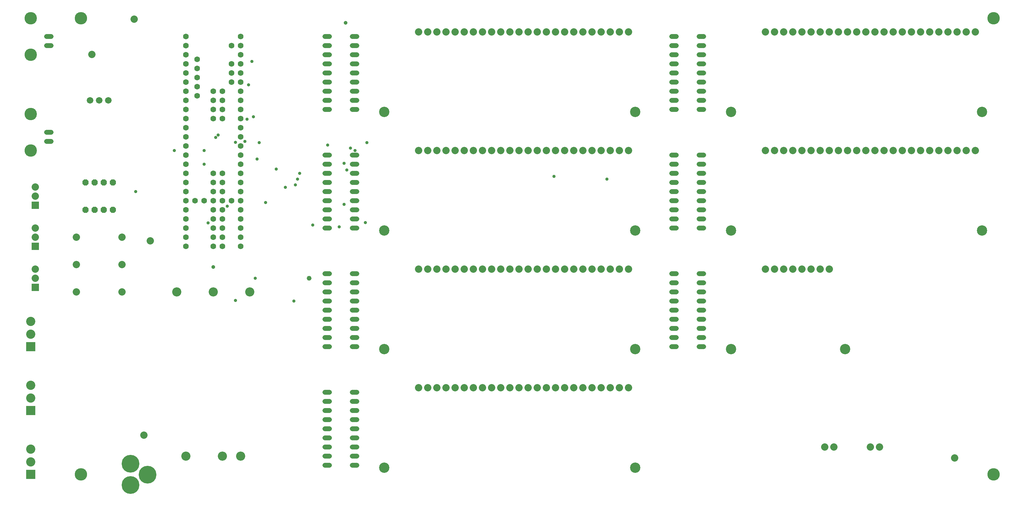
<source format=gbr>
G04 EAGLE Gerber RS-274X export*
G75*
%MOMM*%
%FSLAX34Y34*%
%LPD*%
%INSoldermask Bottom*%
%IPPOS*%
%AMOC8*
5,1,8,0,0,1.08239X$1,22.5*%
G01*
%ADD10C,2.870200*%
%ADD11P,1.896997X8X202.500000*%
%ADD12C,4.952400*%
%ADD13C,1.371600*%
%ADD14C,1.828800*%
%ADD15C,1.358800*%
%ADD16C,3.452400*%
%ADD17C,2.552400*%
%ADD18R,2.032000X2.032000*%
%ADD19C,2.032000*%
%ADD20R,2.565400X2.565400*%
%ADD21C,2.565400*%
%ADD22C,3.454400*%
%ADD23C,1.600200*%
%ADD24C,1.320800*%
%ADD25C,1.066800*%
%ADD26C,0.914400*%


D10*
X1733550Y1073150D03*
X1035050Y1073150D03*
X1733550Y742950D03*
X1035050Y742950D03*
X1733550Y412750D03*
X1035050Y412750D03*
X1733550Y82550D03*
X1035050Y82550D03*
X2698750Y1073150D03*
X2000250Y1073150D03*
X2698750Y742950D03*
X2000250Y742950D03*
X2317750Y412750D03*
X2000250Y412750D03*
D11*
X279400Y876300D03*
X254000Y876300D03*
X228600Y876300D03*
X203200Y876300D03*
X203200Y800100D03*
X228600Y800100D03*
X254000Y800100D03*
X279400Y800100D03*
D12*
X376200Y62900D03*
X329200Y92900D03*
X329200Y33900D03*
D13*
X870204Y1282700D02*
X882396Y1282700D01*
X882396Y1257300D02*
X870204Y1257300D01*
X870204Y1130300D02*
X882396Y1130300D01*
X882396Y1104900D02*
X870204Y1104900D01*
X870204Y1231900D02*
X882396Y1231900D01*
X882396Y1206500D02*
X870204Y1206500D01*
X870204Y1155700D02*
X882396Y1155700D01*
X882396Y1181100D02*
X870204Y1181100D01*
X870204Y1079500D02*
X882396Y1079500D01*
X946404Y1079500D02*
X958596Y1079500D01*
X958596Y1104900D02*
X946404Y1104900D01*
X946404Y1130300D02*
X958596Y1130300D01*
X958596Y1155700D02*
X946404Y1155700D01*
X946404Y1181100D02*
X958596Y1181100D01*
X958596Y1206500D02*
X946404Y1206500D01*
X946404Y1231900D02*
X958596Y1231900D01*
X958596Y1257300D02*
X946404Y1257300D01*
X946404Y1282700D02*
X958596Y1282700D01*
D14*
X215900Y1104900D03*
X241300Y1104900D03*
X266700Y1104900D03*
D15*
X107632Y1257300D02*
X95568Y1257300D01*
X95568Y1282700D02*
X107632Y1282700D01*
D16*
X50800Y1231900D03*
X50800Y1333500D03*
D17*
X635000Y114300D03*
X584200Y114300D03*
X558800Y571500D03*
X457200Y571500D03*
X482600Y114300D03*
X660400Y571500D03*
D18*
X63500Y698500D03*
D19*
X63500Y723900D03*
X63500Y749300D03*
D18*
X63500Y584200D03*
D19*
X63500Y609600D03*
X63500Y635000D03*
D20*
X50800Y241300D03*
D21*
X50800Y276300D03*
X50800Y311300D03*
D20*
X50800Y419100D03*
D21*
X50800Y454100D03*
X50800Y489100D03*
D19*
X1130300Y1295400D03*
X1155700Y1295400D03*
X1181100Y1295400D03*
X1206500Y1295400D03*
X1231900Y1295400D03*
X1257300Y1295400D03*
X1282700Y1295400D03*
X1308100Y1295400D03*
X1333500Y1295400D03*
X1358900Y1295400D03*
X1384300Y1295400D03*
X1409700Y1295400D03*
X1435100Y1295400D03*
X1460500Y1295400D03*
X1485900Y1295400D03*
X1511300Y1295400D03*
X1536700Y1295400D03*
X1562100Y1295400D03*
X1587500Y1295400D03*
X1612900Y1295400D03*
X1638300Y1295400D03*
X1663700Y1295400D03*
X1689100Y1295400D03*
X1714500Y1295400D03*
D22*
X190500Y63500D03*
X190500Y1333500D03*
X2730500Y1333500D03*
X2730500Y63500D03*
D19*
X304800Y723900D03*
X177800Y723900D03*
X177800Y647700D03*
X304800Y647700D03*
X177800Y571500D03*
X304800Y571500D03*
X2622550Y109220D03*
X220980Y1233170D03*
X383540Y713740D03*
X339090Y1330960D03*
X365760Y172720D03*
D23*
X482600Y1282700D03*
X482600Y1257300D03*
X482600Y1231900D03*
X482600Y1206500D03*
X482600Y1181100D03*
X482600Y1155700D03*
X482600Y1130300D03*
X482600Y1104900D03*
X482600Y1079500D03*
X482600Y1054100D03*
X482600Y1028700D03*
X482600Y1003300D03*
X482600Y977900D03*
X482600Y952500D03*
X482600Y901700D03*
X482600Y876300D03*
X482600Y850900D03*
X482600Y825500D03*
X609600Y825500D03*
X635000Y952500D03*
X635000Y977900D03*
X635000Y1003300D03*
X635000Y1028700D03*
X635000Y1054100D03*
X635000Y1079500D03*
X635000Y1104900D03*
X635000Y1130300D03*
X635000Y1155700D03*
X635000Y1181100D03*
X635000Y1206500D03*
X635000Y1231900D03*
X635000Y1257300D03*
X635000Y1282700D03*
X609600Y1257300D03*
X609600Y1206500D03*
X609600Y1181100D03*
X609600Y1155700D03*
X514350Y1117600D03*
X482600Y927100D03*
X514350Y1168400D03*
X514350Y1219200D03*
X558800Y1054100D03*
X558800Y1079500D03*
X514350Y1143000D03*
X514350Y1193800D03*
X584200Y1054100D03*
X584200Y1079500D03*
X584200Y1104900D03*
X584200Y1130300D03*
X558800Y1104900D03*
X558800Y1130300D03*
X508000Y825500D03*
X635000Y825500D03*
X635000Y850900D03*
X635000Y876300D03*
X635000Y901700D03*
X635000Y927100D03*
X533400Y825500D03*
X558800Y825500D03*
X584200Y825500D03*
X482600Y800100D03*
X482600Y774700D03*
X482600Y749300D03*
X482600Y723900D03*
X482600Y698500D03*
X635000Y698500D03*
X635000Y800100D03*
X635000Y774700D03*
X635000Y749300D03*
X635000Y723900D03*
X558800Y850900D03*
X558800Y876300D03*
X558800Y901700D03*
X584200Y901700D03*
X584200Y876300D03*
X584200Y850900D03*
X558800Y800100D03*
X558800Y774700D03*
X558800Y749300D03*
X558800Y723900D03*
X558800Y698500D03*
X584200Y800100D03*
X584200Y774700D03*
X584200Y749300D03*
X584200Y723900D03*
X584200Y698500D03*
D15*
X107632Y990600D02*
X95568Y990600D01*
X95568Y1016000D02*
X107632Y1016000D01*
D16*
X50800Y965200D03*
X50800Y1066800D03*
D13*
X870204Y952500D02*
X882396Y952500D01*
X882396Y927100D02*
X870204Y927100D01*
X870204Y800100D02*
X882396Y800100D01*
X882396Y774700D02*
X870204Y774700D01*
X870204Y901700D02*
X882396Y901700D01*
X882396Y876300D02*
X870204Y876300D01*
X870204Y825500D02*
X882396Y825500D01*
X882396Y850900D02*
X870204Y850900D01*
X870204Y749300D02*
X882396Y749300D01*
X946404Y749300D02*
X958596Y749300D01*
X958596Y774700D02*
X946404Y774700D01*
X946404Y800100D02*
X958596Y800100D01*
X958596Y825500D02*
X946404Y825500D01*
X946404Y850900D02*
X958596Y850900D01*
X958596Y876300D02*
X946404Y876300D01*
X946404Y901700D02*
X958596Y901700D01*
X958596Y927100D02*
X946404Y927100D01*
X946404Y952500D02*
X958596Y952500D01*
D19*
X1130300Y965200D03*
X1155700Y965200D03*
X1181100Y965200D03*
X1206500Y965200D03*
X1231900Y965200D03*
X1257300Y965200D03*
X1282700Y965200D03*
X1308100Y965200D03*
X1333500Y965200D03*
X1358900Y965200D03*
X1384300Y965200D03*
X1409700Y965200D03*
X1435100Y965200D03*
X1460500Y965200D03*
X1485900Y965200D03*
X1511300Y965200D03*
X1536700Y965200D03*
X1562100Y965200D03*
X1587500Y965200D03*
X1612900Y965200D03*
X1638300Y965200D03*
X1663700Y965200D03*
X1689100Y965200D03*
X1714500Y965200D03*
D13*
X882396Y622300D02*
X870204Y622300D01*
X870204Y596900D02*
X882396Y596900D01*
X882396Y469900D02*
X870204Y469900D01*
X870204Y444500D02*
X882396Y444500D01*
X882396Y571500D02*
X870204Y571500D01*
X870204Y546100D02*
X882396Y546100D01*
X882396Y495300D02*
X870204Y495300D01*
X870204Y520700D02*
X882396Y520700D01*
X882396Y419100D02*
X870204Y419100D01*
X946404Y419100D02*
X958596Y419100D01*
X958596Y444500D02*
X946404Y444500D01*
X946404Y469900D02*
X958596Y469900D01*
X958596Y495300D02*
X946404Y495300D01*
X946404Y520700D02*
X958596Y520700D01*
X958596Y546100D02*
X946404Y546100D01*
X946404Y571500D02*
X958596Y571500D01*
X958596Y596900D02*
X946404Y596900D01*
X946404Y622300D02*
X958596Y622300D01*
D19*
X1130300Y635000D03*
X1155700Y635000D03*
X1181100Y635000D03*
X1206500Y635000D03*
X1231900Y635000D03*
X1257300Y635000D03*
X1282700Y635000D03*
X1308100Y635000D03*
X1333500Y635000D03*
X1358900Y635000D03*
X1384300Y635000D03*
X1409700Y635000D03*
X1435100Y635000D03*
X1460500Y635000D03*
X1485900Y635000D03*
X1511300Y635000D03*
X1536700Y635000D03*
X1562100Y635000D03*
X1587500Y635000D03*
X1612900Y635000D03*
X1638300Y635000D03*
X1663700Y635000D03*
X1689100Y635000D03*
X1714500Y635000D03*
D13*
X882396Y292100D02*
X870204Y292100D01*
X870204Y266700D02*
X882396Y266700D01*
X882396Y139700D02*
X870204Y139700D01*
X870204Y114300D02*
X882396Y114300D01*
X882396Y241300D02*
X870204Y241300D01*
X870204Y215900D02*
X882396Y215900D01*
X882396Y165100D02*
X870204Y165100D01*
X870204Y190500D02*
X882396Y190500D01*
X882396Y88900D02*
X870204Y88900D01*
X946404Y88900D02*
X958596Y88900D01*
X958596Y114300D02*
X946404Y114300D01*
X946404Y139700D02*
X958596Y139700D01*
X958596Y165100D02*
X946404Y165100D01*
X946404Y190500D02*
X958596Y190500D01*
X958596Y215900D02*
X946404Y215900D01*
X946404Y241300D02*
X958596Y241300D01*
X958596Y266700D02*
X946404Y266700D01*
X946404Y292100D02*
X958596Y292100D01*
D19*
X1130300Y304800D03*
X1155700Y304800D03*
X1181100Y304800D03*
X1206500Y304800D03*
X1231900Y304800D03*
X1257300Y304800D03*
X1282700Y304800D03*
X1308100Y304800D03*
X1333500Y304800D03*
X1358900Y304800D03*
X1384300Y304800D03*
X1409700Y304800D03*
X1435100Y304800D03*
X1460500Y304800D03*
X1485900Y304800D03*
X1511300Y304800D03*
X1536700Y304800D03*
X1562100Y304800D03*
X1587500Y304800D03*
X1612900Y304800D03*
X1638300Y304800D03*
X1663700Y304800D03*
X1689100Y304800D03*
X1714500Y304800D03*
D13*
X1835404Y1282700D02*
X1847596Y1282700D01*
X1847596Y1257300D02*
X1835404Y1257300D01*
X1835404Y1130300D02*
X1847596Y1130300D01*
X1847596Y1104900D02*
X1835404Y1104900D01*
X1835404Y1231900D02*
X1847596Y1231900D01*
X1847596Y1206500D02*
X1835404Y1206500D01*
X1835404Y1155700D02*
X1847596Y1155700D01*
X1847596Y1181100D02*
X1835404Y1181100D01*
X1835404Y1079500D02*
X1847596Y1079500D01*
X1911604Y1079500D02*
X1923796Y1079500D01*
X1923796Y1104900D02*
X1911604Y1104900D01*
X1911604Y1130300D02*
X1923796Y1130300D01*
X1923796Y1155700D02*
X1911604Y1155700D01*
X1911604Y1181100D02*
X1923796Y1181100D01*
X1923796Y1206500D02*
X1911604Y1206500D01*
X1911604Y1231900D02*
X1923796Y1231900D01*
X1923796Y1257300D02*
X1911604Y1257300D01*
X1911604Y1282700D02*
X1923796Y1282700D01*
D19*
X2095500Y1295400D03*
X2120900Y1295400D03*
X2146300Y1295400D03*
X2171700Y1295400D03*
X2197100Y1295400D03*
X2222500Y1295400D03*
X2247900Y1295400D03*
X2273300Y1295400D03*
X2298700Y1295400D03*
X2324100Y1295400D03*
X2349500Y1295400D03*
X2374900Y1295400D03*
X2400300Y1295400D03*
X2425700Y1295400D03*
X2451100Y1295400D03*
X2476500Y1295400D03*
X2501900Y1295400D03*
X2527300Y1295400D03*
X2552700Y1295400D03*
X2578100Y1295400D03*
X2603500Y1295400D03*
X2628900Y1295400D03*
X2654300Y1295400D03*
X2679700Y1295400D03*
D13*
X1847596Y952500D02*
X1835404Y952500D01*
X1835404Y927100D02*
X1847596Y927100D01*
X1847596Y800100D02*
X1835404Y800100D01*
X1835404Y774700D02*
X1847596Y774700D01*
X1847596Y901700D02*
X1835404Y901700D01*
X1835404Y876300D02*
X1847596Y876300D01*
X1847596Y825500D02*
X1835404Y825500D01*
X1835404Y850900D02*
X1847596Y850900D01*
X1847596Y749300D02*
X1835404Y749300D01*
X1911604Y749300D02*
X1923796Y749300D01*
X1923796Y774700D02*
X1911604Y774700D01*
X1911604Y800100D02*
X1923796Y800100D01*
X1923796Y825500D02*
X1911604Y825500D01*
X1911604Y850900D02*
X1923796Y850900D01*
X1923796Y876300D02*
X1911604Y876300D01*
X1911604Y901700D02*
X1923796Y901700D01*
X1923796Y927100D02*
X1911604Y927100D01*
X1911604Y952500D02*
X1923796Y952500D01*
D19*
X2095500Y965200D03*
X2120900Y965200D03*
X2146300Y965200D03*
X2171700Y965200D03*
X2197100Y965200D03*
X2222500Y965200D03*
X2247900Y965200D03*
X2273300Y965200D03*
X2298700Y965200D03*
X2324100Y965200D03*
X2349500Y965200D03*
X2374900Y965200D03*
X2400300Y965200D03*
X2425700Y965200D03*
X2451100Y965200D03*
X2476500Y965200D03*
X2501900Y965200D03*
X2527300Y965200D03*
X2552700Y965200D03*
X2578100Y965200D03*
X2603500Y965200D03*
X2628900Y965200D03*
X2654300Y965200D03*
X2679700Y965200D03*
D13*
X1847596Y622300D02*
X1835404Y622300D01*
X1835404Y596900D02*
X1847596Y596900D01*
X1847596Y469900D02*
X1835404Y469900D01*
X1835404Y444500D02*
X1847596Y444500D01*
X1847596Y571500D02*
X1835404Y571500D01*
X1835404Y546100D02*
X1847596Y546100D01*
X1847596Y495300D02*
X1835404Y495300D01*
X1835404Y520700D02*
X1847596Y520700D01*
X1847596Y419100D02*
X1835404Y419100D01*
X1911604Y419100D02*
X1923796Y419100D01*
X1923796Y444500D02*
X1911604Y444500D01*
X1911604Y469900D02*
X1923796Y469900D01*
X1923796Y495300D02*
X1911604Y495300D01*
X1911604Y520700D02*
X1923796Y520700D01*
X1923796Y546100D02*
X1911604Y546100D01*
X1911604Y571500D02*
X1923796Y571500D01*
X1923796Y596900D02*
X1911604Y596900D01*
X1911604Y622300D02*
X1923796Y622300D01*
D19*
X2260600Y139700D03*
X2286000Y139700D03*
X2387600Y139700D03*
X2413000Y139700D03*
X2095500Y635000D03*
X2120900Y635000D03*
X2146300Y635000D03*
X2171700Y635000D03*
X2197100Y635000D03*
X2222500Y635000D03*
X2247900Y635000D03*
X2273300Y635000D03*
D18*
X63500Y812800D03*
D19*
X63500Y838200D03*
X63500Y863600D03*
D20*
X50800Y63500D03*
D21*
X50800Y98500D03*
X50800Y133500D03*
D24*
X825500Y609600D03*
D25*
X558800Y641350D03*
D26*
X533400Y927100D03*
X533400Y965200D03*
X450850Y965200D03*
X342900Y850900D03*
D25*
X927100Y1320800D03*
D26*
X573024Y1008888D03*
X666496Y1213104D03*
X787400Y869696D03*
X680720Y941832D03*
X565912Y1001776D03*
X783336Y546608D03*
X544576Y764032D03*
X598424Y810768D03*
X982472Y765048D03*
X954024Y965200D03*
X734568Y913384D03*
X1507744Y893064D03*
X923544Y815848D03*
X986536Y987552D03*
X686816Y987552D03*
X620776Y988568D03*
X940816Y972312D03*
X670560Y1059688D03*
X909320Y752856D03*
X657352Y1148080D03*
X877824Y980440D03*
X1655064Y885952D03*
X653288Y1052576D03*
X705104Y820928D03*
X799592Y902208D03*
X647192Y990600D03*
X620776Y547624D03*
X675640Y609600D03*
X836168Y757936D03*
X930656Y911352D03*
X759968Y862584D03*
X923544Y929640D03*
X793496Y885952D03*
M02*

</source>
